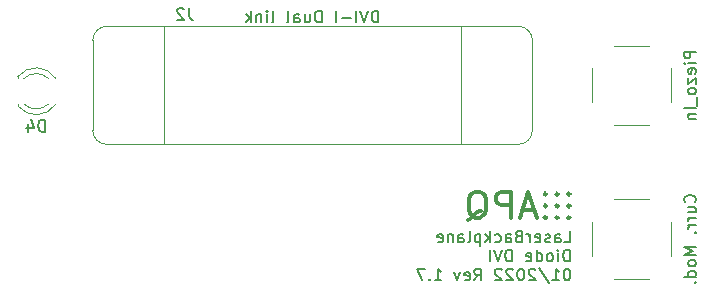
<source format=gbr>
G04 #@! TF.GenerationSoftware,KiCad,Pcbnew,(6.0.1)*
G04 #@! TF.CreationDate,2022-01-25T14:47:39+01:00*
G04 #@! TF.ProjectId,DgDrive_DVI,44674472-6976-4655-9f44-56492e6b6963,1.7*
G04 #@! TF.SameCoordinates,Original*
G04 #@! TF.FileFunction,Legend,Bot*
G04 #@! TF.FilePolarity,Positive*
%FSLAX46Y46*%
G04 Gerber Fmt 4.6, Leading zero omitted, Abs format (unit mm)*
G04 Created by KiCad (PCBNEW (6.0.1)) date 2022-01-25 14:47:39*
%MOMM*%
%LPD*%
G01*
G04 APERTURE LIST*
%ADD10C,0.150000*%
%ADD11C,0.300000*%
%ADD12C,0.120000*%
%ADD13C,0.250000*%
G04 APERTURE END LIST*
D10*
X145788214Y-112792380D02*
X146264404Y-112792380D01*
X146264404Y-111792380D01*
X145026309Y-112792380D02*
X145026309Y-112268571D01*
X145073928Y-112173333D01*
X145169166Y-112125714D01*
X145359642Y-112125714D01*
X145454880Y-112173333D01*
X145026309Y-112744761D02*
X145121547Y-112792380D01*
X145359642Y-112792380D01*
X145454880Y-112744761D01*
X145502500Y-112649523D01*
X145502500Y-112554285D01*
X145454880Y-112459047D01*
X145359642Y-112411428D01*
X145121547Y-112411428D01*
X145026309Y-112363809D01*
X144597738Y-112744761D02*
X144502500Y-112792380D01*
X144312023Y-112792380D01*
X144216785Y-112744761D01*
X144169166Y-112649523D01*
X144169166Y-112601904D01*
X144216785Y-112506666D01*
X144312023Y-112459047D01*
X144454880Y-112459047D01*
X144550119Y-112411428D01*
X144597738Y-112316190D01*
X144597738Y-112268571D01*
X144550119Y-112173333D01*
X144454880Y-112125714D01*
X144312023Y-112125714D01*
X144216785Y-112173333D01*
X143359642Y-112744761D02*
X143454880Y-112792380D01*
X143645357Y-112792380D01*
X143740595Y-112744761D01*
X143788214Y-112649523D01*
X143788214Y-112268571D01*
X143740595Y-112173333D01*
X143645357Y-112125714D01*
X143454880Y-112125714D01*
X143359642Y-112173333D01*
X143312023Y-112268571D01*
X143312023Y-112363809D01*
X143788214Y-112459047D01*
X142883452Y-112792380D02*
X142883452Y-112125714D01*
X142883452Y-112316190D02*
X142835833Y-112220952D01*
X142788214Y-112173333D01*
X142692976Y-112125714D01*
X142597738Y-112125714D01*
X141931071Y-112268571D02*
X141788214Y-112316190D01*
X141740595Y-112363809D01*
X141692976Y-112459047D01*
X141692976Y-112601904D01*
X141740595Y-112697142D01*
X141788214Y-112744761D01*
X141883452Y-112792380D01*
X142264404Y-112792380D01*
X142264404Y-111792380D01*
X141931071Y-111792380D01*
X141835833Y-111840000D01*
X141788214Y-111887619D01*
X141740595Y-111982857D01*
X141740595Y-112078095D01*
X141788214Y-112173333D01*
X141835833Y-112220952D01*
X141931071Y-112268571D01*
X142264404Y-112268571D01*
X140835833Y-112792380D02*
X140835833Y-112268571D01*
X140883452Y-112173333D01*
X140978690Y-112125714D01*
X141169166Y-112125714D01*
X141264404Y-112173333D01*
X140835833Y-112744761D02*
X140931071Y-112792380D01*
X141169166Y-112792380D01*
X141264404Y-112744761D01*
X141312023Y-112649523D01*
X141312023Y-112554285D01*
X141264404Y-112459047D01*
X141169166Y-112411428D01*
X140931071Y-112411428D01*
X140835833Y-112363809D01*
X139931071Y-112744761D02*
X140026309Y-112792380D01*
X140216785Y-112792380D01*
X140312023Y-112744761D01*
X140359642Y-112697142D01*
X140407261Y-112601904D01*
X140407261Y-112316190D01*
X140359642Y-112220952D01*
X140312023Y-112173333D01*
X140216785Y-112125714D01*
X140026309Y-112125714D01*
X139931071Y-112173333D01*
X139502500Y-112792380D02*
X139502500Y-111792380D01*
X139407261Y-112411428D02*
X139121547Y-112792380D01*
X139121547Y-112125714D02*
X139502500Y-112506666D01*
X138692976Y-112125714D02*
X138692976Y-113125714D01*
X138692976Y-112173333D02*
X138597738Y-112125714D01*
X138407261Y-112125714D01*
X138312023Y-112173333D01*
X138264404Y-112220952D01*
X138216785Y-112316190D01*
X138216785Y-112601904D01*
X138264404Y-112697142D01*
X138312023Y-112744761D01*
X138407261Y-112792380D01*
X138597738Y-112792380D01*
X138692976Y-112744761D01*
X137645357Y-112792380D02*
X137740595Y-112744761D01*
X137788214Y-112649523D01*
X137788214Y-111792380D01*
X136835833Y-112792380D02*
X136835833Y-112268571D01*
X136883452Y-112173333D01*
X136978690Y-112125714D01*
X137169166Y-112125714D01*
X137264404Y-112173333D01*
X136835833Y-112744761D02*
X136931071Y-112792380D01*
X137169166Y-112792380D01*
X137264404Y-112744761D01*
X137312023Y-112649523D01*
X137312023Y-112554285D01*
X137264404Y-112459047D01*
X137169166Y-112411428D01*
X136931071Y-112411428D01*
X136835833Y-112363809D01*
X136359642Y-112125714D02*
X136359642Y-112792380D01*
X136359642Y-112220952D02*
X136312023Y-112173333D01*
X136216785Y-112125714D01*
X136073928Y-112125714D01*
X135978690Y-112173333D01*
X135931071Y-112268571D01*
X135931071Y-112792380D01*
X135073928Y-112744761D02*
X135169166Y-112792380D01*
X135359642Y-112792380D01*
X135454880Y-112744761D01*
X135502500Y-112649523D01*
X135502500Y-112268571D01*
X135454880Y-112173333D01*
X135359642Y-112125714D01*
X135169166Y-112125714D01*
X135073928Y-112173333D01*
X135026309Y-112268571D01*
X135026309Y-112363809D01*
X135502500Y-112459047D01*
X146264404Y-114402380D02*
X146264404Y-113402380D01*
X146026309Y-113402380D01*
X145883452Y-113450000D01*
X145788214Y-113545238D01*
X145740595Y-113640476D01*
X145692976Y-113830952D01*
X145692976Y-113973809D01*
X145740595Y-114164285D01*
X145788214Y-114259523D01*
X145883452Y-114354761D01*
X146026309Y-114402380D01*
X146264404Y-114402380D01*
X145264404Y-114402380D02*
X145264404Y-113735714D01*
X145264404Y-113402380D02*
X145312023Y-113450000D01*
X145264404Y-113497619D01*
X145216785Y-113450000D01*
X145264404Y-113402380D01*
X145264404Y-113497619D01*
X144645357Y-114402380D02*
X144740595Y-114354761D01*
X144788214Y-114307142D01*
X144835833Y-114211904D01*
X144835833Y-113926190D01*
X144788214Y-113830952D01*
X144740595Y-113783333D01*
X144645357Y-113735714D01*
X144502500Y-113735714D01*
X144407261Y-113783333D01*
X144359642Y-113830952D01*
X144312023Y-113926190D01*
X144312023Y-114211904D01*
X144359642Y-114307142D01*
X144407261Y-114354761D01*
X144502500Y-114402380D01*
X144645357Y-114402380D01*
X143454880Y-114402380D02*
X143454880Y-113402380D01*
X143454880Y-114354761D02*
X143550119Y-114402380D01*
X143740595Y-114402380D01*
X143835833Y-114354761D01*
X143883452Y-114307142D01*
X143931071Y-114211904D01*
X143931071Y-113926190D01*
X143883452Y-113830952D01*
X143835833Y-113783333D01*
X143740595Y-113735714D01*
X143550119Y-113735714D01*
X143454880Y-113783333D01*
X142597738Y-114354761D02*
X142692976Y-114402380D01*
X142883452Y-114402380D01*
X142978690Y-114354761D01*
X143026309Y-114259523D01*
X143026309Y-113878571D01*
X142978690Y-113783333D01*
X142883452Y-113735714D01*
X142692976Y-113735714D01*
X142597738Y-113783333D01*
X142550119Y-113878571D01*
X142550119Y-113973809D01*
X143026309Y-114069047D01*
X141359642Y-114402380D02*
X141359642Y-113402380D01*
X141121547Y-113402380D01*
X140978690Y-113450000D01*
X140883452Y-113545238D01*
X140835833Y-113640476D01*
X140788214Y-113830952D01*
X140788214Y-113973809D01*
X140835833Y-114164285D01*
X140883452Y-114259523D01*
X140978690Y-114354761D01*
X141121547Y-114402380D01*
X141359642Y-114402380D01*
X140502500Y-113402380D02*
X140169166Y-114402380D01*
X139835833Y-113402380D01*
X139502500Y-114402380D02*
X139502500Y-113402380D01*
X146073928Y-115012380D02*
X145978690Y-115012380D01*
X145883452Y-115060000D01*
X145835833Y-115107619D01*
X145788214Y-115202857D01*
X145740595Y-115393333D01*
X145740595Y-115631428D01*
X145788214Y-115821904D01*
X145835833Y-115917142D01*
X145883452Y-115964761D01*
X145978690Y-116012380D01*
X146073928Y-116012380D01*
X146169166Y-115964761D01*
X146216785Y-115917142D01*
X146264404Y-115821904D01*
X146312023Y-115631428D01*
X146312023Y-115393333D01*
X146264404Y-115202857D01*
X146216785Y-115107619D01*
X146169166Y-115060000D01*
X146073928Y-115012380D01*
X144788214Y-116012380D02*
X145359642Y-116012380D01*
X145073928Y-116012380D02*
X145073928Y-115012380D01*
X145169166Y-115155238D01*
X145264404Y-115250476D01*
X145359642Y-115298095D01*
X143645357Y-114964761D02*
X144502500Y-116250476D01*
X143359642Y-115107619D02*
X143312023Y-115060000D01*
X143216785Y-115012380D01*
X142978690Y-115012380D01*
X142883452Y-115060000D01*
X142835833Y-115107619D01*
X142788214Y-115202857D01*
X142788214Y-115298095D01*
X142835833Y-115440952D01*
X143407261Y-116012380D01*
X142788214Y-116012380D01*
X142169166Y-115012380D02*
X142073928Y-115012380D01*
X141978690Y-115060000D01*
X141931071Y-115107619D01*
X141883452Y-115202857D01*
X141835833Y-115393333D01*
X141835833Y-115631428D01*
X141883452Y-115821904D01*
X141931071Y-115917142D01*
X141978690Y-115964761D01*
X142073928Y-116012380D01*
X142169166Y-116012380D01*
X142264404Y-115964761D01*
X142312023Y-115917142D01*
X142359642Y-115821904D01*
X142407261Y-115631428D01*
X142407261Y-115393333D01*
X142359642Y-115202857D01*
X142312023Y-115107619D01*
X142264404Y-115060000D01*
X142169166Y-115012380D01*
X141454880Y-115107619D02*
X141407261Y-115060000D01*
X141312023Y-115012380D01*
X141073928Y-115012380D01*
X140978690Y-115060000D01*
X140931071Y-115107619D01*
X140883452Y-115202857D01*
X140883452Y-115298095D01*
X140931071Y-115440952D01*
X141502500Y-116012380D01*
X140883452Y-116012380D01*
X140502500Y-115107619D02*
X140454880Y-115060000D01*
X140359642Y-115012380D01*
X140121547Y-115012380D01*
X140026309Y-115060000D01*
X139978690Y-115107619D01*
X139931071Y-115202857D01*
X139931071Y-115298095D01*
X139978690Y-115440952D01*
X140550119Y-116012380D01*
X139931071Y-116012380D01*
X138169166Y-116012380D02*
X138502500Y-115536190D01*
X138740595Y-116012380D02*
X138740595Y-115012380D01*
X138359642Y-115012380D01*
X138264404Y-115060000D01*
X138216785Y-115107619D01*
X138169166Y-115202857D01*
X138169166Y-115345714D01*
X138216785Y-115440952D01*
X138264404Y-115488571D01*
X138359642Y-115536190D01*
X138740595Y-115536190D01*
X137359642Y-115964761D02*
X137454880Y-116012380D01*
X137645357Y-116012380D01*
X137740595Y-115964761D01*
X137788214Y-115869523D01*
X137788214Y-115488571D01*
X137740595Y-115393333D01*
X137645357Y-115345714D01*
X137454880Y-115345714D01*
X137359642Y-115393333D01*
X137312023Y-115488571D01*
X137312023Y-115583809D01*
X137788214Y-115679047D01*
X136978690Y-115345714D02*
X136740595Y-116012380D01*
X136502500Y-115345714D01*
X134835833Y-116012380D02*
X135407261Y-116012380D01*
X135121547Y-116012380D02*
X135121547Y-115012380D01*
X135216785Y-115155238D01*
X135312023Y-115250476D01*
X135407261Y-115298095D01*
X134407261Y-115917142D02*
X134359642Y-115964761D01*
X134407261Y-116012380D01*
X134454880Y-115964761D01*
X134407261Y-115917142D01*
X134407261Y-116012380D01*
X134026309Y-115012380D02*
X133359642Y-115012380D01*
X133788214Y-116012380D01*
X101830095Y-103412380D02*
X101830095Y-102412380D01*
X101592000Y-102412380D01*
X101449142Y-102460000D01*
X101353904Y-102555238D01*
X101306285Y-102650476D01*
X101258666Y-102840952D01*
X101258666Y-102983809D01*
X101306285Y-103174285D01*
X101353904Y-103269523D01*
X101449142Y-103364761D01*
X101592000Y-103412380D01*
X101830095Y-103412380D01*
X100401523Y-102745714D02*
X100401523Y-103412380D01*
X100639619Y-102364761D02*
X100877714Y-103079047D01*
X100258666Y-103079047D01*
X156857142Y-109404761D02*
X156904761Y-109357142D01*
X156952380Y-109214285D01*
X156952380Y-109119047D01*
X156904761Y-108976190D01*
X156809523Y-108880952D01*
X156714285Y-108833333D01*
X156523809Y-108785714D01*
X156380952Y-108785714D01*
X156190476Y-108833333D01*
X156095238Y-108880952D01*
X156000000Y-108976190D01*
X155952380Y-109119047D01*
X155952380Y-109214285D01*
X156000000Y-109357142D01*
X156047619Y-109404761D01*
X156285714Y-110261904D02*
X156952380Y-110261904D01*
X156285714Y-109833333D02*
X156809523Y-109833333D01*
X156904761Y-109880952D01*
X156952380Y-109976190D01*
X156952380Y-110119047D01*
X156904761Y-110214285D01*
X156857142Y-110261904D01*
X156952380Y-110738095D02*
X156285714Y-110738095D01*
X156476190Y-110738095D02*
X156380952Y-110785714D01*
X156333333Y-110833333D01*
X156285714Y-110928571D01*
X156285714Y-111023809D01*
X156952380Y-111357142D02*
X156285714Y-111357142D01*
X156476190Y-111357142D02*
X156380952Y-111404761D01*
X156333333Y-111452380D01*
X156285714Y-111547619D01*
X156285714Y-111642857D01*
X156857142Y-111976190D02*
X156904761Y-112023809D01*
X156952380Y-111976190D01*
X156904761Y-111928571D01*
X156857142Y-111976190D01*
X156952380Y-111976190D01*
X156952380Y-113214285D02*
X155952380Y-113214285D01*
X156666666Y-113547619D01*
X155952380Y-113880952D01*
X156952380Y-113880952D01*
X156952380Y-114500000D02*
X156904761Y-114404761D01*
X156857142Y-114357142D01*
X156761904Y-114309523D01*
X156476190Y-114309523D01*
X156380952Y-114357142D01*
X156333333Y-114404761D01*
X156285714Y-114500000D01*
X156285714Y-114642857D01*
X156333333Y-114738095D01*
X156380952Y-114785714D01*
X156476190Y-114833333D01*
X156761904Y-114833333D01*
X156857142Y-114785714D01*
X156904761Y-114738095D01*
X156952380Y-114642857D01*
X156952380Y-114500000D01*
X156952380Y-115690476D02*
X155952380Y-115690476D01*
X156904761Y-115690476D02*
X156952380Y-115595238D01*
X156952380Y-115404761D01*
X156904761Y-115309523D01*
X156857142Y-115261904D01*
X156761904Y-115214285D01*
X156476190Y-115214285D01*
X156380952Y-115261904D01*
X156333333Y-115309523D01*
X156285714Y-115404761D01*
X156285714Y-115595238D01*
X156333333Y-115690476D01*
X156857142Y-116166666D02*
X156904761Y-116214285D01*
X156952380Y-116166666D01*
X156904761Y-116119047D01*
X156857142Y-116166666D01*
X156952380Y-116166666D01*
X156952380Y-96642857D02*
X155952380Y-96642857D01*
X155952380Y-97023809D01*
X156000000Y-97119047D01*
X156047619Y-97166666D01*
X156142857Y-97214285D01*
X156285714Y-97214285D01*
X156380952Y-97166666D01*
X156428571Y-97119047D01*
X156476190Y-97023809D01*
X156476190Y-96642857D01*
X156952380Y-97642857D02*
X156285714Y-97642857D01*
X155952380Y-97642857D02*
X156000000Y-97595238D01*
X156047619Y-97642857D01*
X156000000Y-97690476D01*
X155952380Y-97642857D01*
X156047619Y-97642857D01*
X156904761Y-98500000D02*
X156952380Y-98404761D01*
X156952380Y-98214285D01*
X156904761Y-98119047D01*
X156809523Y-98071428D01*
X156428571Y-98071428D01*
X156333333Y-98119047D01*
X156285714Y-98214285D01*
X156285714Y-98404761D01*
X156333333Y-98500000D01*
X156428571Y-98547619D01*
X156523809Y-98547619D01*
X156619047Y-98071428D01*
X156285714Y-98880952D02*
X156285714Y-99404761D01*
X156952380Y-98880952D01*
X156952380Y-99404761D01*
X156952380Y-99928571D02*
X156904761Y-99833333D01*
X156857142Y-99785714D01*
X156761904Y-99738095D01*
X156476190Y-99738095D01*
X156380952Y-99785714D01*
X156333333Y-99833333D01*
X156285714Y-99928571D01*
X156285714Y-100071428D01*
X156333333Y-100166666D01*
X156380952Y-100214285D01*
X156476190Y-100261904D01*
X156761904Y-100261904D01*
X156857142Y-100214285D01*
X156904761Y-100166666D01*
X156952380Y-100071428D01*
X156952380Y-99928571D01*
X157047619Y-100452380D02*
X157047619Y-101214285D01*
X156952380Y-101452380D02*
X155952380Y-101452380D01*
X156285714Y-101928571D02*
X156952380Y-101928571D01*
X156380952Y-101928571D02*
X156333333Y-101976190D01*
X156285714Y-102071428D01*
X156285714Y-102214285D01*
X156333333Y-102309523D01*
X156428571Y-102357142D01*
X156952380Y-102357142D01*
D11*
X143276190Y-110066666D02*
X142228571Y-110066666D01*
X143485714Y-110695238D02*
X142752380Y-108495238D01*
X142019047Y-110695238D01*
X141285714Y-110695238D02*
X141285714Y-108495238D01*
X140447619Y-108495238D01*
X140238095Y-108600000D01*
X140133333Y-108704761D01*
X140028571Y-108914285D01*
X140028571Y-109228571D01*
X140133333Y-109438095D01*
X140238095Y-109542857D01*
X140447619Y-109647619D01*
X141285714Y-109647619D01*
X137619047Y-110904761D02*
X137828571Y-110800000D01*
X138038095Y-110590476D01*
X138352380Y-110276190D01*
X138561904Y-110171428D01*
X138771428Y-110171428D01*
X138666666Y-110695238D02*
X138876190Y-110590476D01*
X139085714Y-110380952D01*
X139190476Y-109961904D01*
X139190476Y-109228571D01*
X139085714Y-108809523D01*
X138876190Y-108600000D01*
X138666666Y-108495238D01*
X138247619Y-108495238D01*
X138038095Y-108600000D01*
X137828571Y-108809523D01*
X137723809Y-109228571D01*
X137723809Y-109961904D01*
X137828571Y-110380952D01*
X138038095Y-110590476D01*
X138247619Y-110695238D01*
X138666666Y-110695238D01*
D10*
X114028333Y-92952380D02*
X114028333Y-93666666D01*
X114075952Y-93809523D01*
X114171190Y-93904761D01*
X114314047Y-93952380D01*
X114409285Y-93952380D01*
X113599761Y-93047619D02*
X113552142Y-93000000D01*
X113456904Y-92952380D01*
X113218809Y-92952380D01*
X113123571Y-93000000D01*
X113075952Y-93047619D01*
X113028333Y-93142857D01*
X113028333Y-93238095D01*
X113075952Y-93380952D01*
X113647380Y-93952380D01*
X113028333Y-93952380D01*
X130066428Y-94167380D02*
X130066428Y-93167380D01*
X129828333Y-93167380D01*
X129685476Y-93215000D01*
X129590238Y-93310238D01*
X129542619Y-93405476D01*
X129495000Y-93595952D01*
X129495000Y-93738809D01*
X129542619Y-93929285D01*
X129590238Y-94024523D01*
X129685476Y-94119761D01*
X129828333Y-94167380D01*
X130066428Y-94167380D01*
X129209285Y-93167380D02*
X128875952Y-94167380D01*
X128542619Y-93167380D01*
X128209285Y-94167380D02*
X128209285Y-93167380D01*
X127733095Y-93786428D02*
X126971190Y-93786428D01*
X126495000Y-94167380D02*
X126495000Y-93167380D01*
X125256904Y-94167380D02*
X125256904Y-93167380D01*
X125018809Y-93167380D01*
X124875952Y-93215000D01*
X124780714Y-93310238D01*
X124733095Y-93405476D01*
X124685476Y-93595952D01*
X124685476Y-93738809D01*
X124733095Y-93929285D01*
X124780714Y-94024523D01*
X124875952Y-94119761D01*
X125018809Y-94167380D01*
X125256904Y-94167380D01*
X123828333Y-93500714D02*
X123828333Y-94167380D01*
X124256904Y-93500714D02*
X124256904Y-94024523D01*
X124209285Y-94119761D01*
X124114047Y-94167380D01*
X123971190Y-94167380D01*
X123875952Y-94119761D01*
X123828333Y-94072142D01*
X122923571Y-94167380D02*
X122923571Y-93643571D01*
X122971190Y-93548333D01*
X123066428Y-93500714D01*
X123256904Y-93500714D01*
X123352142Y-93548333D01*
X122923571Y-94119761D02*
X123018809Y-94167380D01*
X123256904Y-94167380D01*
X123352142Y-94119761D01*
X123399761Y-94024523D01*
X123399761Y-93929285D01*
X123352142Y-93834047D01*
X123256904Y-93786428D01*
X123018809Y-93786428D01*
X122923571Y-93738809D01*
X122304523Y-94167380D02*
X122399761Y-94119761D01*
X122447380Y-94024523D01*
X122447380Y-93167380D01*
X121018809Y-94167380D02*
X121114047Y-94119761D01*
X121161666Y-94024523D01*
X121161666Y-93167380D01*
X120637857Y-94167380D02*
X120637857Y-93500714D01*
X120637857Y-93167380D02*
X120685476Y-93215000D01*
X120637857Y-93262619D01*
X120590238Y-93215000D01*
X120637857Y-93167380D01*
X120637857Y-93262619D01*
X120161666Y-93500714D02*
X120161666Y-94167380D01*
X120161666Y-93595952D02*
X120114047Y-93548333D01*
X120018809Y-93500714D01*
X119875952Y-93500714D01*
X119780714Y-93548333D01*
X119733095Y-93643571D01*
X119733095Y-94167380D01*
X119256904Y-94167380D02*
X119256904Y-93167380D01*
X119161666Y-93786428D02*
X118875952Y-94167380D01*
X118875952Y-93500714D02*
X119256904Y-93881666D01*
D12*
X99532000Y-98920000D02*
X99532000Y-98764000D01*
X99532000Y-101236000D02*
X99532000Y-101080000D01*
X102133130Y-98920163D02*
G75*
G03*
X100051039Y-98920000I-1041130J-1079837D01*
G01*
X100051039Y-101080000D02*
G75*
G03*
X102133130Y-101079837I1040961J1080000D01*
G01*
X102764335Y-98921392D02*
G75*
G03*
X99532000Y-98764484I-1672335J-1078608D01*
G01*
X99532000Y-101235516D02*
G75*
G03*
X102764335Y-101078608I1560000J1235516D01*
G01*
X150050000Y-115855000D02*
X152950000Y-115855000D01*
X150050000Y-109145000D02*
X152950000Y-109145000D01*
X154855000Y-113950000D02*
X154855000Y-111050000D01*
X148145000Y-113950000D02*
X148145000Y-111050000D01*
X150050000Y-102855000D02*
X152950000Y-102855000D01*
X150050000Y-96145000D02*
X152950000Y-96145000D01*
X154855000Y-100950000D02*
X154855000Y-98050000D01*
X148145000Y-100950000D02*
X148145000Y-98050000D01*
D13*
X144325000Y-108700000D02*
G75*
G03*
X144325000Y-108700000I-125000J0D01*
G01*
X145325000Y-108700000D02*
G75*
G03*
X145325000Y-108700000I-125000J0D01*
G01*
X146325000Y-108700000D02*
G75*
G03*
X146325000Y-108700000I-125000J0D01*
G01*
X146325000Y-109700000D02*
G75*
G03*
X146325000Y-109700000I-125000J0D01*
G01*
X145325000Y-109700000D02*
G75*
G03*
X145325000Y-109700000I-125000J0D01*
G01*
X144325000Y-109700000D02*
G75*
G03*
X144325000Y-109700000I-125000J0D01*
G01*
X145325000Y-110700000D02*
G75*
G03*
X145325000Y-110700000I-125000J0D01*
G01*
X144325000Y-110700000D02*
G75*
G03*
X144325000Y-110700000I-125000J0D01*
G01*
X146325000Y-110700000D02*
G75*
G03*
X146325000Y-110700000I-125000J0D01*
G01*
D12*
X141910000Y-104500000D02*
X107080000Y-104500000D01*
X141910000Y-94500000D02*
X107080000Y-94500000D01*
X111922000Y-94500000D02*
X111922000Y-104455000D01*
X137068000Y-94500000D02*
X137068000Y-104455000D01*
X105880000Y-95700000D02*
X105880000Y-103300000D01*
X143110000Y-95700000D02*
X143110000Y-103300000D01*
X141910000Y-104500000D02*
G75*
G03*
X143110000Y-103300000I0J1200000D01*
G01*
X143110000Y-95700000D02*
G75*
G03*
X141910000Y-94500000I-1200000J0D01*
G01*
X105880000Y-103300000D02*
G75*
G03*
X107080000Y-104500000I1200000J0D01*
G01*
X107080000Y-94500000D02*
G75*
G03*
X105880000Y-95700000I0J-1200000D01*
G01*
M02*

</source>
